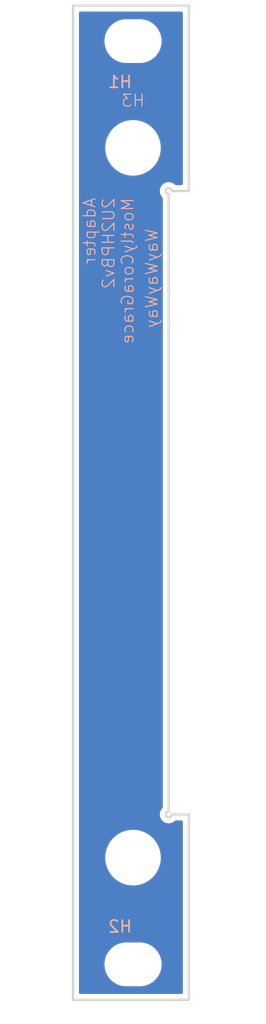
<source format=kicad_pcb>
(kicad_pcb (version 20241229) (generator "pcbnew") (generator_version "9.0")
  (layers (0 "F.Cu" signal) (2 "B.Cu" signal) (13 "F.Paste" user) (15 "B.Paste" user) (5 "F.SilkS" user "F.Silkscreen") (7 "B.SilkS" user "B.Silkscreen") (1 "F.Mask" user) (3 "B.Mask" user) (25 "Edge.Cuts" user))
  (net 0 "")
  (footprint "EXC:Handle_2UM4P60_A" (layer "F.Cu") (at 5.08 14.45)
    (property "Reference" "H3" (at 0 -4 0) (layer "B.SilkS") (effects (font (thickness 0.1)) (justify mirror)))
    (property "Value" "Handle_2UM4P60_PanelMount")
    (pad "" np_thru_hole circle (at 0 0) (size 4.2 4.2) (drill 4.2) (layers "*.Cu" "*.Mask"))
    (pad "" np_thru_hole circle (at 0 60) (size 4.2 4.2) (drill 4.2) (layers "*.Cu" "*.Mask"))
  )
  (footprint "EXC:MountingHole_3.2mm_M3" (layer "F.Cu") (at 5.08 5.425)
    (property "Reference" "H1" (at 0 3.45 0) (layer "B.SilkS") (effects (justify left mirror)))
    (property "Value" "Eurorack_M3_MountingHole")
    (pad "" np_thru_hole oval (at 0 0) (size 4.34 3.2) (drill oval 4.34 3.2) (layers "*.Cu" "*.Mask"))
  )
  (footprint "EXC:MountingHole_3.2mm_M3" (layer "F.Cu") (at 5.08 83.475)
    (property "Reference" "H2" (at 0 -3.2 0) (layer "B.SilkS") (effects (justify left mirror)))
    (property "Value" "Eurorack_M3_MountingHole")
    (pad "" np_thru_hole oval (at 0 0) (size 4.34 3.2) (drill oval 4.34 3.2) (layers "*.Cu" "*.Mask"))
  )
  (gr_line (start 8.1 18.35) (end 8.1 70.55) (stroke (width 0.2)) (layer "Edge.Cuts"))
  (gr_line (start 8.35 18.1) (end 9.8 18.1) (stroke (width 0.2)) (layer "Edge.Cuts"))
  (gr_line (start 9.8 2.425) (end 9.8 18.1) (stroke (width 0.2)) (layer "Edge.Cuts"))
  (gr_line (start 0 86.475) (end 9.8 86.475) (stroke (width 0.2)) (layer "Edge.Cuts"))
  (gr_line (start 8.35 70.8) (end 9.8 70.8) (stroke (width 0.2)) (layer "Edge.Cuts"))
  (gr_line (start 9.8 70.8) (end 9.8 86.475) (stroke (width 0.2)) (layer "Edge.Cuts"))
  (gr_line (start 0 2.425) (end 9.8 2.425) (stroke (width 0.2)) (layer "Edge.Cuts"))
  (gr_arc (start 8.1 18.35) (mid 7.923223 17.923223) (end 8.35 18.1) (stroke (width 0.2)) (layer "Edge.Cuts"))
  (gr_arc (start 8.35 70.8) (mid 7.923223 70.976777) (end 8.1 70.55) (stroke (width 0.2)) (layer "Edge.Cuts"))
  (gr_line (start 0 2.425) (end 0 86.475) (stroke (width 0.2)) (layer "Edge.Cuts"))
  (gr_text "WayWayWay" (at 7.25 21.2 90) (layer "B.SilkS") (effects (font (size 1 1) (thickness 0.1)) (justify left bottom mirror)))
  (gr_text "Adapter\n2U2HPBv2\nMostlyCoraGrace" (at 5.2 18.6 90) (layer "B.SilkS") (effects (font (size 1 1) (thickness 0.1)) (justify left bottom mirror)))
  (zone (net 0) (net_name "") (layers "F.Cu" "B.Cu") (connect_pads (clearance 0.5)) (min_thickness 0.25) (fill yes (thermal_gap 0.5) (thermal_bridge_width 0.5) (island_removal_mode 1) (island_area_min 10))
    (polygon (pts (xy 0 2.425) (xy 9.8 2.425) (xy 9.8 18.1) (xy 8.1 18.1) (xy 8.1 70.8) (xy 9.8 70.8) (xy 9.8 86.475) (xy 0 86.475)))
  )
)
</source>
